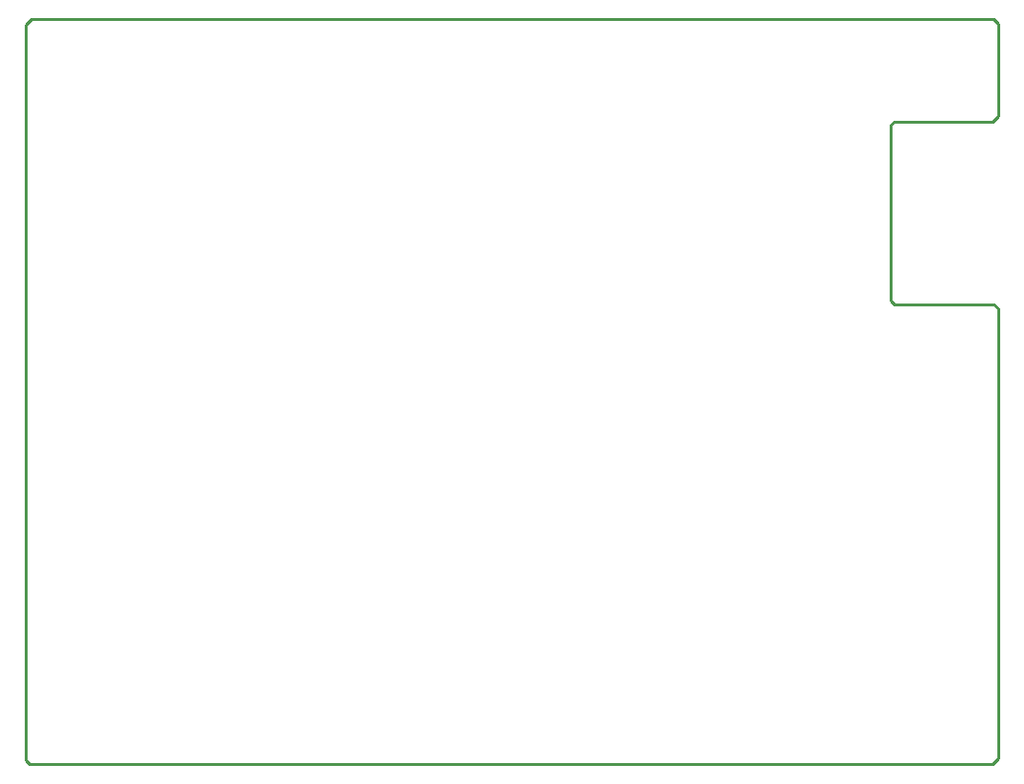
<source format=gko>
G04*
G04 #@! TF.GenerationSoftware,Altium Limited,Altium Designer,19.1.1 (5)*
G04*
G04 Layer_Color=16711935*
%FSTAX24Y24*%
%MOIN*%
G70*
G01*
G75*
%ADD18C,0.0100*%
D18*
X04867Y010823D02*
Y01865D01*
X048477Y01063D02*
X04867Y010823D01*
X01479Y01063D02*
X048477D01*
X01465Y01077D02*
X01479Y01063D01*
X01465Y01077D02*
Y03652D01*
X01484Y03671D02*
X048529D01*
X04867Y036569D01*
Y03334D02*
Y036569D01*
X04847Y03314D02*
X04867Y03334D01*
X04504Y03314D02*
X04847D01*
X04492Y03302D02*
X04504Y03314D01*
X04492Y026874D02*
Y03302D01*
Y026874D02*
X045054Y02674D01*
X04853D01*
X04867Y0266D01*
Y01865D02*
Y0266D01*
X01465Y03652D02*
X01484Y03671D01*
M02*

</source>
